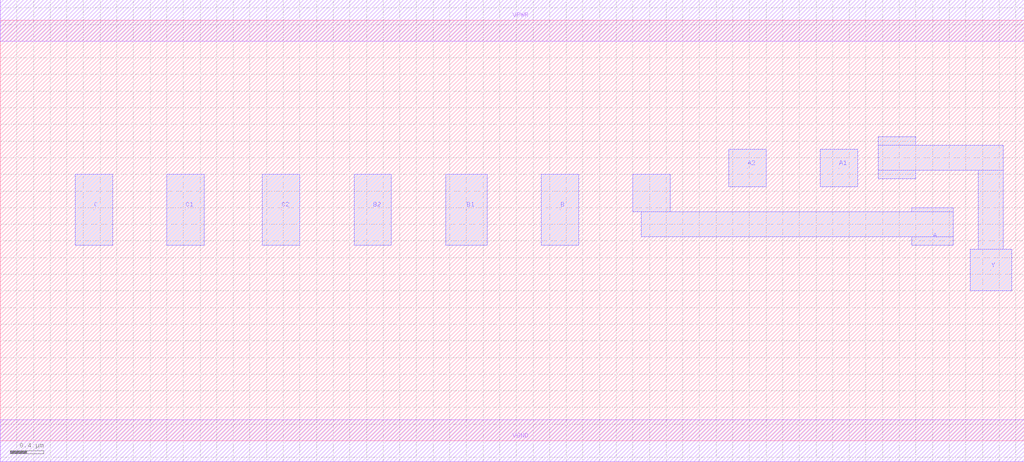
<source format=lef>
VERSION 5.7 ;
  NOWIREEXTENSIONATPIN ON ;
  DIVIDERCHAR "/" ;
  BUSBITCHARS "[]" ;
MACRO AAAOI333
  CLASS CORE ;
  FOREIGN AAAOI333 ;
  ORIGIN 0.000 0.000 ;
  SIZE 12.300 BY 5.050 ;
  SYMMETRY X Y R90 ;
  SITE unit ;
  PIN VPWR
    DIRECTION INOUT ;
    USE POWER ;
    SHAPE ABUTMENT ;
    PORT
      LAYER Metal1 ;
        RECT 0.000 4.800 12.300 5.300 ;
    END
  END VPWR
  PIN VGND
    DIRECTION INOUT ;
    USE GROUND ;
    SHAPE ABUTMENT ;
    PORT
      LAYER Metal1 ;
        RECT 0.000 -0.250 12.300 0.250 ;
    END
  END VGND
  PIN Y
    DIRECTION INOUT ;
    USE SIGNAL ;
    SHAPE ABUTMENT ;
    PORT
      LAYER Metal2 ;
        RECT 10.550 3.550 11.000 3.650 ;
        RECT 10.550 3.250 12.050 3.550 ;
        RECT 10.550 3.150 11.000 3.250 ;
        RECT 11.750 2.300 12.050 3.250 ;
        RECT 11.650 1.800 12.150 2.300 ;
    END
  END Y
  PIN B2
    DIRECTION INOUT ;
    USE SIGNAL ;
    SHAPE ABUTMENT ;
    PORT
      LAYER Metal2 ;
        RECT 4.250 2.350 4.700 3.200 ;
    END
  END B2
  PIN A
    DIRECTION INOUT ;
    USE SIGNAL ;
    SHAPE ABUTMENT ;
    PORT
      LAYER Metal2 ;
        RECT 7.600 2.750 8.050 3.200 ;
        RECT 10.950 2.750 11.450 2.800 ;
        RECT 7.700 2.450 11.450 2.750 ;
        RECT 10.950 2.350 11.450 2.450 ;
    END
  END A
  PIN A1
    DIRECTION INOUT ;
    USE SIGNAL ;
    SHAPE ABUTMENT ;
    PORT
      LAYER Metal2 ;
        RECT 9.850 3.050 10.300 3.500 ;
    END
  END A1
  PIN A2
    DIRECTION INOUT ;
    USE SIGNAL ;
    SHAPE ABUTMENT ;
    PORT
      LAYER Metal2 ;
        RECT 8.750 3.050 9.200 3.500 ;
    END
  END A2
  PIN B1
    DIRECTION INOUT ;
    USE SIGNAL ;
    SHAPE ABUTMENT ;
    PORT
      LAYER Metal2 ;
        RECT 5.350 2.350 5.850 3.200 ;
    END
  END B1
  PIN C
    DIRECTION INOUT ;
    USE SIGNAL ;
    SHAPE ABUTMENT ;
    PORT
      LAYER Metal2 ;
        RECT 0.900 2.350 1.350 3.200 ;
    END
  END C
  PIN C2
    DIRECTION INOUT ;
    USE SIGNAL ;
    SHAPE ABUTMENT ;
    PORT
      LAYER Metal2 ;
        RECT 3.150 2.350 3.600 3.200 ;
    END
  END C2
  PIN B
    DIRECTION INOUT ;
    USE SIGNAL ;
    SHAPE ABUTMENT ;
    PORT
      LAYER Metal2 ;
        RECT 6.500 2.350 6.950 3.200 ;
    END
  END B
  PIN C1
    DIRECTION INOUT ;
    USE SIGNAL ;
    SHAPE ABUTMENT ;
    PORT
      LAYER Metal2 ;
        RECT 2.000 2.350 2.450 3.200 ;
    END
  END C1
END AAAOI333
END LIBRARY


</source>
